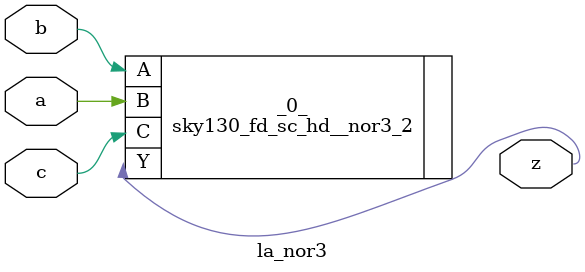
<source format=v>

module la_nor3(a, b, c, z);
  input a;
  input b;
  input c;
  output z;
  sky130_fd_sc_hd__nor3_2 _0_ (
    .A(b),
    .B(a),
    .C(c),
    .Y(z)
  );
endmodule

</source>
